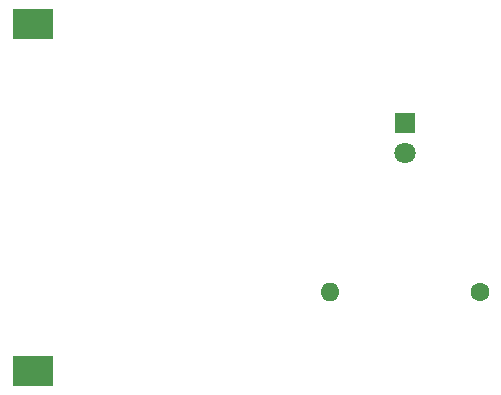
<source format=gbs>
%TF.GenerationSoftware,KiCad,Pcbnew,(6.0.5)*%
%TF.CreationDate,2022-05-25T19:28:13+08:00*%
%TF.ProjectId,uinio,75696e69-6f2e-46b6-9963-61645f706362,rev?*%
%TF.SameCoordinates,Original*%
%TF.FileFunction,Soldermask,Bot*%
%TF.FilePolarity,Negative*%
%FSLAX46Y46*%
G04 Gerber Fmt 4.6, Leading zero omitted, Abs format (unit mm)*
G04 Created by KiCad (PCBNEW (6.0.5)) date 2022-05-25 19:28:13*
%MOMM*%
%LPD*%
G01*
G04 APERTURE LIST*
%ADD10R,1.800000X1.800000*%
%ADD11C,1.800000*%
%ADD12C,1.600000*%
%ADD13O,1.600000X1.600000*%
%ADD14R,3.510000X2.540000*%
G04 APERTURE END LIST*
D10*
%TO.C,D1*%
X178500000Y-74225000D03*
D11*
X178500000Y-76765000D03*
%TD*%
D12*
%TO.C,R1*%
X184850000Y-88500000D03*
D13*
X172150000Y-88500000D03*
%TD*%
D14*
%TO.C,BT1*%
X147000000Y-95180000D03*
X147000000Y-65820000D03*
%TD*%
M02*

</source>
